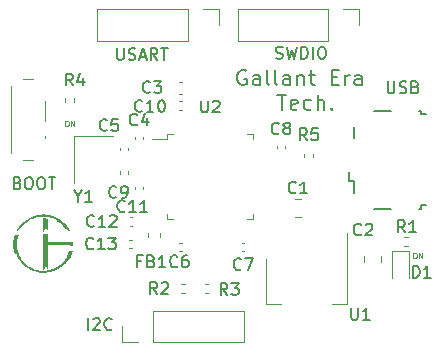
<source format=gbr>
%TF.GenerationSoftware,KiCad,Pcbnew,(6.0.7)*%
%TF.CreationDate,2022-08-14T12:50:59+03:00*%
%TF.ProjectId,STM32F103C8T6,53544d33-3246-4313-9033-433854362e6b,rev?*%
%TF.SameCoordinates,Original*%
%TF.FileFunction,Legend,Top*%
%TF.FilePolarity,Positive*%
%FSLAX46Y46*%
G04 Gerber Fmt 4.6, Leading zero omitted, Abs format (unit mm)*
G04 Created by KiCad (PCBNEW (6.0.7)) date 2022-08-14 12:50:59*
%MOMM*%
%LPD*%
G01*
G04 APERTURE LIST*
%ADD10C,0.150000*%
%ADD11C,0.125000*%
%ADD12C,0.120000*%
G04 APERTURE END LIST*
D10*
X101544761Y-62553500D02*
X101420952Y-62491595D01*
X101235238Y-62491595D01*
X101049523Y-62553500D01*
X100925714Y-62677309D01*
X100863809Y-62801119D01*
X100801904Y-63048738D01*
X100801904Y-63234452D01*
X100863809Y-63482071D01*
X100925714Y-63605880D01*
X101049523Y-63729690D01*
X101235238Y-63791595D01*
X101359047Y-63791595D01*
X101544761Y-63729690D01*
X101606666Y-63667785D01*
X101606666Y-63234452D01*
X101359047Y-63234452D01*
X102720952Y-63791595D02*
X102720952Y-63110642D01*
X102659047Y-62986833D01*
X102535238Y-62924928D01*
X102287619Y-62924928D01*
X102163809Y-62986833D01*
X102720952Y-63729690D02*
X102597142Y-63791595D01*
X102287619Y-63791595D01*
X102163809Y-63729690D01*
X102101904Y-63605880D01*
X102101904Y-63482071D01*
X102163809Y-63358261D01*
X102287619Y-63296357D01*
X102597142Y-63296357D01*
X102720952Y-63234452D01*
X103525714Y-63791595D02*
X103401904Y-63729690D01*
X103340000Y-63605880D01*
X103340000Y-62491595D01*
X104206666Y-63791595D02*
X104082857Y-63729690D01*
X104020952Y-63605880D01*
X104020952Y-62491595D01*
X105259047Y-63791595D02*
X105259047Y-63110642D01*
X105197142Y-62986833D01*
X105073333Y-62924928D01*
X104825714Y-62924928D01*
X104701904Y-62986833D01*
X105259047Y-63729690D02*
X105135238Y-63791595D01*
X104825714Y-63791595D01*
X104701904Y-63729690D01*
X104640000Y-63605880D01*
X104640000Y-63482071D01*
X104701904Y-63358261D01*
X104825714Y-63296357D01*
X105135238Y-63296357D01*
X105259047Y-63234452D01*
X105878095Y-62924928D02*
X105878095Y-63791595D01*
X105878095Y-63048738D02*
X105940000Y-62986833D01*
X106063809Y-62924928D01*
X106249523Y-62924928D01*
X106373333Y-62986833D01*
X106435238Y-63110642D01*
X106435238Y-63791595D01*
X106868571Y-62924928D02*
X107363809Y-62924928D01*
X107054285Y-62491595D02*
X107054285Y-63605880D01*
X107116190Y-63729690D01*
X107240000Y-63791595D01*
X107363809Y-63791595D01*
X108787619Y-63110642D02*
X109220952Y-63110642D01*
X109406666Y-63791595D02*
X108787619Y-63791595D01*
X108787619Y-62491595D01*
X109406666Y-62491595D01*
X109963809Y-63791595D02*
X109963809Y-62924928D01*
X109963809Y-63172547D02*
X110025714Y-63048738D01*
X110087619Y-62986833D01*
X110211428Y-62924928D01*
X110335238Y-62924928D01*
X111325714Y-63791595D02*
X111325714Y-63110642D01*
X111263809Y-62986833D01*
X111140000Y-62924928D01*
X110892380Y-62924928D01*
X110768571Y-62986833D01*
X111325714Y-63729690D02*
X111201904Y-63791595D01*
X110892380Y-63791595D01*
X110768571Y-63729690D01*
X110706666Y-63605880D01*
X110706666Y-63482071D01*
X110768571Y-63358261D01*
X110892380Y-63296357D01*
X111201904Y-63296357D01*
X111325714Y-63234452D01*
X104206666Y-64584595D02*
X104949523Y-64584595D01*
X104578095Y-65884595D02*
X104578095Y-64584595D01*
X105878095Y-65822690D02*
X105754285Y-65884595D01*
X105506666Y-65884595D01*
X105382857Y-65822690D01*
X105320952Y-65698880D01*
X105320952Y-65203642D01*
X105382857Y-65079833D01*
X105506666Y-65017928D01*
X105754285Y-65017928D01*
X105878095Y-65079833D01*
X105940000Y-65203642D01*
X105940000Y-65327452D01*
X105320952Y-65451261D01*
X107054285Y-65822690D02*
X106930476Y-65884595D01*
X106682857Y-65884595D01*
X106559047Y-65822690D01*
X106497142Y-65760785D01*
X106435238Y-65636976D01*
X106435238Y-65265547D01*
X106497142Y-65141738D01*
X106559047Y-65079833D01*
X106682857Y-65017928D01*
X106930476Y-65017928D01*
X107054285Y-65079833D01*
X107611428Y-65884595D02*
X107611428Y-64584595D01*
X108168571Y-65884595D02*
X108168571Y-65203642D01*
X108106666Y-65079833D01*
X107982857Y-65017928D01*
X107797142Y-65017928D01*
X107673333Y-65079833D01*
X107611428Y-65141738D01*
X108787619Y-65760785D02*
X108849523Y-65822690D01*
X108787619Y-65884595D01*
X108725714Y-65822690D01*
X108787619Y-65760785D01*
X108787619Y-65884595D01*
X90618571Y-60652380D02*
X90618571Y-61461904D01*
X90666190Y-61557142D01*
X90713809Y-61604761D01*
X90809047Y-61652380D01*
X90999523Y-61652380D01*
X91094761Y-61604761D01*
X91142380Y-61557142D01*
X91190000Y-61461904D01*
X91190000Y-60652380D01*
X91618571Y-61604761D02*
X91761428Y-61652380D01*
X91999523Y-61652380D01*
X92094761Y-61604761D01*
X92142380Y-61557142D01*
X92190000Y-61461904D01*
X92190000Y-61366666D01*
X92142380Y-61271428D01*
X92094761Y-61223809D01*
X91999523Y-61176190D01*
X91809047Y-61128571D01*
X91713809Y-61080952D01*
X91666190Y-61033333D01*
X91618571Y-60938095D01*
X91618571Y-60842857D01*
X91666190Y-60747619D01*
X91713809Y-60700000D01*
X91809047Y-60652380D01*
X92047142Y-60652380D01*
X92190000Y-60700000D01*
X92570952Y-61366666D02*
X93047142Y-61366666D01*
X92475714Y-61652380D02*
X92809047Y-60652380D01*
X93142380Y-61652380D01*
X94047142Y-61652380D02*
X93713809Y-61176190D01*
X93475714Y-61652380D02*
X93475714Y-60652380D01*
X93856666Y-60652380D01*
X93951904Y-60700000D01*
X93999523Y-60747619D01*
X94047142Y-60842857D01*
X94047142Y-60985714D01*
X93999523Y-61080952D01*
X93951904Y-61128571D01*
X93856666Y-61176190D01*
X93475714Y-61176190D01*
X94332857Y-60652380D02*
X94904285Y-60652380D01*
X94618571Y-61652380D02*
X94618571Y-60652380D01*
X104070952Y-61504761D02*
X104213809Y-61552380D01*
X104451904Y-61552380D01*
X104547142Y-61504761D01*
X104594761Y-61457142D01*
X104642380Y-61361904D01*
X104642380Y-61266666D01*
X104594761Y-61171428D01*
X104547142Y-61123809D01*
X104451904Y-61076190D01*
X104261428Y-61028571D01*
X104166190Y-60980952D01*
X104118571Y-60933333D01*
X104070952Y-60838095D01*
X104070952Y-60742857D01*
X104118571Y-60647619D01*
X104166190Y-60600000D01*
X104261428Y-60552380D01*
X104499523Y-60552380D01*
X104642380Y-60600000D01*
X104975714Y-60552380D02*
X105213809Y-61552380D01*
X105404285Y-60838095D01*
X105594761Y-61552380D01*
X105832857Y-60552380D01*
X106213809Y-61552380D02*
X106213809Y-60552380D01*
X106451904Y-60552380D01*
X106594761Y-60600000D01*
X106690000Y-60695238D01*
X106737619Y-60790476D01*
X106785238Y-60980952D01*
X106785238Y-61123809D01*
X106737619Y-61314285D01*
X106690000Y-61409523D01*
X106594761Y-61504761D01*
X106451904Y-61552380D01*
X106213809Y-61552380D01*
X107213809Y-61552380D02*
X107213809Y-60552380D01*
X107880476Y-60552380D02*
X108070952Y-60552380D01*
X108166190Y-60600000D01*
X108261428Y-60695238D01*
X108309047Y-60885714D01*
X108309047Y-61219047D01*
X108261428Y-61409523D01*
X108166190Y-61504761D01*
X108070952Y-61552380D01*
X107880476Y-61552380D01*
X107785238Y-61504761D01*
X107690000Y-61409523D01*
X107642380Y-61219047D01*
X107642380Y-60885714D01*
X107690000Y-60695238D01*
X107785238Y-60600000D01*
X107880476Y-60552380D01*
X82208857Y-72064571D02*
X82351714Y-72112190D01*
X82399333Y-72159809D01*
X82446952Y-72255047D01*
X82446952Y-72397904D01*
X82399333Y-72493142D01*
X82351714Y-72540761D01*
X82256476Y-72588380D01*
X81875523Y-72588380D01*
X81875523Y-71588380D01*
X82208857Y-71588380D01*
X82304095Y-71636000D01*
X82351714Y-71683619D01*
X82399333Y-71778857D01*
X82399333Y-71874095D01*
X82351714Y-71969333D01*
X82304095Y-72016952D01*
X82208857Y-72064571D01*
X81875523Y-72064571D01*
X83066000Y-71588380D02*
X83256476Y-71588380D01*
X83351714Y-71636000D01*
X83446952Y-71731238D01*
X83494571Y-71921714D01*
X83494571Y-72255047D01*
X83446952Y-72445523D01*
X83351714Y-72540761D01*
X83256476Y-72588380D01*
X83066000Y-72588380D01*
X82970761Y-72540761D01*
X82875523Y-72445523D01*
X82827904Y-72255047D01*
X82827904Y-71921714D01*
X82875523Y-71731238D01*
X82970761Y-71636000D01*
X83066000Y-71588380D01*
X84113619Y-71588380D02*
X84304095Y-71588380D01*
X84399333Y-71636000D01*
X84494571Y-71731238D01*
X84542190Y-71921714D01*
X84542190Y-72255047D01*
X84494571Y-72445523D01*
X84399333Y-72540761D01*
X84304095Y-72588380D01*
X84113619Y-72588380D01*
X84018380Y-72540761D01*
X83923142Y-72445523D01*
X83875523Y-72255047D01*
X83875523Y-71921714D01*
X83923142Y-71731238D01*
X84018380Y-71636000D01*
X84113619Y-71588380D01*
X84827904Y-71588380D02*
X85399333Y-71588380D01*
X85113619Y-72588380D02*
X85113619Y-71588380D01*
X113546095Y-63460380D02*
X113546095Y-64269904D01*
X113593714Y-64365142D01*
X113641333Y-64412761D01*
X113736571Y-64460380D01*
X113927047Y-64460380D01*
X114022285Y-64412761D01*
X114069904Y-64365142D01*
X114117523Y-64269904D01*
X114117523Y-63460380D01*
X114546095Y-64412761D02*
X114688952Y-64460380D01*
X114927047Y-64460380D01*
X115022285Y-64412761D01*
X115069904Y-64365142D01*
X115117523Y-64269904D01*
X115117523Y-64174666D01*
X115069904Y-64079428D01*
X115022285Y-64031809D01*
X114927047Y-63984190D01*
X114736571Y-63936571D01*
X114641333Y-63888952D01*
X114593714Y-63841333D01*
X114546095Y-63746095D01*
X114546095Y-63650857D01*
X114593714Y-63555619D01*
X114641333Y-63508000D01*
X114736571Y-63460380D01*
X114974666Y-63460380D01*
X115117523Y-63508000D01*
X115879428Y-63936571D02*
X116022285Y-63984190D01*
X116069904Y-64031809D01*
X116117523Y-64127047D01*
X116117523Y-64269904D01*
X116069904Y-64365142D01*
X116022285Y-64412761D01*
X115927047Y-64460380D01*
X115546095Y-64460380D01*
X115546095Y-63460380D01*
X115879428Y-63460380D01*
X115974666Y-63508000D01*
X116022285Y-63555619D01*
X116069904Y-63650857D01*
X116069904Y-63746095D01*
X116022285Y-63841333D01*
X115974666Y-63888952D01*
X115879428Y-63936571D01*
X115546095Y-63936571D01*
D11*
X86304476Y-66782190D02*
X86399714Y-66782190D01*
X86447333Y-66806000D01*
X86494952Y-66853619D01*
X86518761Y-66948857D01*
X86518761Y-67115523D01*
X86494952Y-67210761D01*
X86447333Y-67258380D01*
X86399714Y-67282190D01*
X86304476Y-67282190D01*
X86256857Y-67258380D01*
X86209238Y-67210761D01*
X86185428Y-67115523D01*
X86185428Y-66948857D01*
X86209238Y-66853619D01*
X86256857Y-66806000D01*
X86304476Y-66782190D01*
X86733047Y-67282190D02*
X86733047Y-66782190D01*
X87018761Y-67282190D01*
X87018761Y-66782190D01*
X115768476Y-77958190D02*
X115863714Y-77958190D01*
X115911333Y-77982000D01*
X115958952Y-78029619D01*
X115982761Y-78124857D01*
X115982761Y-78291523D01*
X115958952Y-78386761D01*
X115911333Y-78434380D01*
X115863714Y-78458190D01*
X115768476Y-78458190D01*
X115720857Y-78434380D01*
X115673238Y-78386761D01*
X115649428Y-78291523D01*
X115649428Y-78124857D01*
X115673238Y-78029619D01*
X115720857Y-77982000D01*
X115768476Y-77958190D01*
X116197047Y-78458190D02*
X116197047Y-77958190D01*
X116482761Y-78458190D01*
X116482761Y-77958190D01*
D10*
X88177809Y-84526380D02*
X88177809Y-83526380D01*
X88606380Y-83621619D02*
X88654000Y-83574000D01*
X88749238Y-83526380D01*
X88987333Y-83526380D01*
X89082571Y-83574000D01*
X89130190Y-83621619D01*
X89177809Y-83716857D01*
X89177809Y-83812095D01*
X89130190Y-83954952D01*
X88558761Y-84526380D01*
X89177809Y-84526380D01*
X90177809Y-84431142D02*
X90130190Y-84478761D01*
X89987333Y-84526380D01*
X89892095Y-84526380D01*
X89749238Y-84478761D01*
X89654000Y-84383523D01*
X89606380Y-84288285D01*
X89558761Y-84097809D01*
X89558761Y-83954952D01*
X89606380Y-83764476D01*
X89654000Y-83669238D01*
X89749238Y-83574000D01*
X89892095Y-83526380D01*
X89987333Y-83526380D01*
X90130190Y-83574000D01*
X90177809Y-83621619D01*
%TO.C,R5*%
X106708333Y-68452380D02*
X106375000Y-67976190D01*
X106136904Y-68452380D02*
X106136904Y-67452380D01*
X106517857Y-67452380D01*
X106613095Y-67500000D01*
X106660714Y-67547619D01*
X106708333Y-67642857D01*
X106708333Y-67785714D01*
X106660714Y-67880952D01*
X106613095Y-67928571D01*
X106517857Y-67976190D01*
X106136904Y-67976190D01*
X107613095Y-67452380D02*
X107136904Y-67452380D01*
X107089285Y-67928571D01*
X107136904Y-67880952D01*
X107232142Y-67833333D01*
X107470238Y-67833333D01*
X107565476Y-67880952D01*
X107613095Y-67928571D01*
X107660714Y-68023809D01*
X107660714Y-68261904D01*
X107613095Y-68357142D01*
X107565476Y-68404761D01*
X107470238Y-68452380D01*
X107232142Y-68452380D01*
X107136904Y-68404761D01*
X107089285Y-68357142D01*
%TO.C,R1*%
X114993333Y-76242380D02*
X114660000Y-75766190D01*
X114421904Y-76242380D02*
X114421904Y-75242380D01*
X114802857Y-75242380D01*
X114898095Y-75290000D01*
X114945714Y-75337619D01*
X114993333Y-75432857D01*
X114993333Y-75575714D01*
X114945714Y-75670952D01*
X114898095Y-75718571D01*
X114802857Y-75766190D01*
X114421904Y-75766190D01*
X115945714Y-76242380D02*
X115374285Y-76242380D01*
X115660000Y-76242380D02*
X115660000Y-75242380D01*
X115564761Y-75385238D01*
X115469523Y-75480476D01*
X115374285Y-75528095D01*
%TO.C,C7*%
X101113333Y-79357142D02*
X101065714Y-79404761D01*
X100922857Y-79452380D01*
X100827619Y-79452380D01*
X100684761Y-79404761D01*
X100589523Y-79309523D01*
X100541904Y-79214285D01*
X100494285Y-79023809D01*
X100494285Y-78880952D01*
X100541904Y-78690476D01*
X100589523Y-78595238D01*
X100684761Y-78500000D01*
X100827619Y-78452380D01*
X100922857Y-78452380D01*
X101065714Y-78500000D01*
X101113333Y-78547619D01*
X101446666Y-78452380D02*
X102113333Y-78452380D01*
X101684761Y-79452380D01*
%TO.C,C12*%
X88677142Y-75707142D02*
X88629523Y-75754761D01*
X88486666Y-75802380D01*
X88391428Y-75802380D01*
X88248571Y-75754761D01*
X88153333Y-75659523D01*
X88105714Y-75564285D01*
X88058095Y-75373809D01*
X88058095Y-75230952D01*
X88105714Y-75040476D01*
X88153333Y-74945238D01*
X88248571Y-74850000D01*
X88391428Y-74802380D01*
X88486666Y-74802380D01*
X88629523Y-74850000D01*
X88677142Y-74897619D01*
X89629523Y-75802380D02*
X89058095Y-75802380D01*
X89343809Y-75802380D02*
X89343809Y-74802380D01*
X89248571Y-74945238D01*
X89153333Y-75040476D01*
X89058095Y-75088095D01*
X90010476Y-74897619D02*
X90058095Y-74850000D01*
X90153333Y-74802380D01*
X90391428Y-74802380D01*
X90486666Y-74850000D01*
X90534285Y-74897619D01*
X90581904Y-74992857D01*
X90581904Y-75088095D01*
X90534285Y-75230952D01*
X89962857Y-75802380D01*
X90581904Y-75802380D01*
%TO.C,D1*%
X115671904Y-80082380D02*
X115671904Y-79082380D01*
X115910000Y-79082380D01*
X116052857Y-79130000D01*
X116148095Y-79225238D01*
X116195714Y-79320476D01*
X116243333Y-79510952D01*
X116243333Y-79653809D01*
X116195714Y-79844285D01*
X116148095Y-79939523D01*
X116052857Y-80034761D01*
X115910000Y-80082380D01*
X115671904Y-80082380D01*
X117195714Y-80082380D02*
X116624285Y-80082380D01*
X116910000Y-80082380D02*
X116910000Y-79082380D01*
X116814761Y-79225238D01*
X116719523Y-79320476D01*
X116624285Y-79368095D01*
%TO.C,C3*%
X93408333Y-64357142D02*
X93360714Y-64404761D01*
X93217857Y-64452380D01*
X93122619Y-64452380D01*
X92979761Y-64404761D01*
X92884523Y-64309523D01*
X92836904Y-64214285D01*
X92789285Y-64023809D01*
X92789285Y-63880952D01*
X92836904Y-63690476D01*
X92884523Y-63595238D01*
X92979761Y-63500000D01*
X93122619Y-63452380D01*
X93217857Y-63452380D01*
X93360714Y-63500000D01*
X93408333Y-63547619D01*
X93741666Y-63452380D02*
X94360714Y-63452380D01*
X94027380Y-63833333D01*
X94170238Y-63833333D01*
X94265476Y-63880952D01*
X94313095Y-63928571D01*
X94360714Y-64023809D01*
X94360714Y-64261904D01*
X94313095Y-64357142D01*
X94265476Y-64404761D01*
X94170238Y-64452380D01*
X93884523Y-64452380D01*
X93789285Y-64404761D01*
X93741666Y-64357142D01*
%TO.C,C4*%
X92333333Y-67107142D02*
X92285714Y-67154761D01*
X92142857Y-67202380D01*
X92047619Y-67202380D01*
X91904761Y-67154761D01*
X91809523Y-67059523D01*
X91761904Y-66964285D01*
X91714285Y-66773809D01*
X91714285Y-66630952D01*
X91761904Y-66440476D01*
X91809523Y-66345238D01*
X91904761Y-66250000D01*
X92047619Y-66202380D01*
X92142857Y-66202380D01*
X92285714Y-66250000D01*
X92333333Y-66297619D01*
X93190476Y-66535714D02*
X93190476Y-67202380D01*
X92952380Y-66154761D02*
X92714285Y-66869047D01*
X93333333Y-66869047D01*
%TO.C,C11*%
X91277142Y-74447142D02*
X91229523Y-74494761D01*
X91086666Y-74542380D01*
X90991428Y-74542380D01*
X90848571Y-74494761D01*
X90753333Y-74399523D01*
X90705714Y-74304285D01*
X90658095Y-74113809D01*
X90658095Y-73970952D01*
X90705714Y-73780476D01*
X90753333Y-73685238D01*
X90848571Y-73590000D01*
X90991428Y-73542380D01*
X91086666Y-73542380D01*
X91229523Y-73590000D01*
X91277142Y-73637619D01*
X92229523Y-74542380D02*
X91658095Y-74542380D01*
X91943809Y-74542380D02*
X91943809Y-73542380D01*
X91848571Y-73685238D01*
X91753333Y-73780476D01*
X91658095Y-73828095D01*
X93181904Y-74542380D02*
X92610476Y-74542380D01*
X92896190Y-74542380D02*
X92896190Y-73542380D01*
X92800952Y-73685238D01*
X92705714Y-73780476D01*
X92610476Y-73828095D01*
%TO.C,R4*%
X86897333Y-63813380D02*
X86564000Y-63337190D01*
X86325904Y-63813380D02*
X86325904Y-62813380D01*
X86706857Y-62813380D01*
X86802095Y-62861000D01*
X86849714Y-62908619D01*
X86897333Y-63003857D01*
X86897333Y-63146714D01*
X86849714Y-63241952D01*
X86802095Y-63289571D01*
X86706857Y-63337190D01*
X86325904Y-63337190D01*
X87754476Y-63146714D02*
X87754476Y-63813380D01*
X87516380Y-62765761D02*
X87278285Y-63480047D01*
X87897333Y-63480047D01*
%TO.C,C1*%
X105763333Y-72867142D02*
X105715714Y-72914761D01*
X105572857Y-72962380D01*
X105477619Y-72962380D01*
X105334761Y-72914761D01*
X105239523Y-72819523D01*
X105191904Y-72724285D01*
X105144285Y-72533809D01*
X105144285Y-72390952D01*
X105191904Y-72200476D01*
X105239523Y-72105238D01*
X105334761Y-72010000D01*
X105477619Y-71962380D01*
X105572857Y-71962380D01*
X105715714Y-72010000D01*
X105763333Y-72057619D01*
X106715714Y-72962380D02*
X106144285Y-72962380D01*
X106430000Y-72962380D02*
X106430000Y-71962380D01*
X106334761Y-72105238D01*
X106239523Y-72200476D01*
X106144285Y-72248095D01*
%TO.C,C8*%
X104333333Y-67857142D02*
X104285714Y-67904761D01*
X104142857Y-67952380D01*
X104047619Y-67952380D01*
X103904761Y-67904761D01*
X103809523Y-67809523D01*
X103761904Y-67714285D01*
X103714285Y-67523809D01*
X103714285Y-67380952D01*
X103761904Y-67190476D01*
X103809523Y-67095238D01*
X103904761Y-67000000D01*
X104047619Y-66952380D01*
X104142857Y-66952380D01*
X104285714Y-67000000D01*
X104333333Y-67047619D01*
X104904761Y-67380952D02*
X104809523Y-67333333D01*
X104761904Y-67285714D01*
X104714285Y-67190476D01*
X104714285Y-67142857D01*
X104761904Y-67047619D01*
X104809523Y-67000000D01*
X104904761Y-66952380D01*
X105095238Y-66952380D01*
X105190476Y-67000000D01*
X105238095Y-67047619D01*
X105285714Y-67142857D01*
X105285714Y-67190476D01*
X105238095Y-67285714D01*
X105190476Y-67333333D01*
X105095238Y-67380952D01*
X104904761Y-67380952D01*
X104809523Y-67428571D01*
X104761904Y-67476190D01*
X104714285Y-67571428D01*
X104714285Y-67761904D01*
X104761904Y-67857142D01*
X104809523Y-67904761D01*
X104904761Y-67952380D01*
X105095238Y-67952380D01*
X105190476Y-67904761D01*
X105238095Y-67857142D01*
X105285714Y-67761904D01*
X105285714Y-67571428D01*
X105238095Y-67476190D01*
X105190476Y-67428571D01*
X105095238Y-67380952D01*
%TO.C,Y1*%
X87323809Y-73176190D02*
X87323809Y-73652380D01*
X86990476Y-72652380D02*
X87323809Y-73176190D01*
X87657142Y-72652380D01*
X88514285Y-73652380D02*
X87942857Y-73652380D01*
X88228571Y-73652380D02*
X88228571Y-72652380D01*
X88133333Y-72795238D01*
X88038095Y-72890476D01*
X87942857Y-72938095D01*
%TO.C,U2*%
X97738095Y-65102380D02*
X97738095Y-65911904D01*
X97785714Y-66007142D01*
X97833333Y-66054761D01*
X97928571Y-66102380D01*
X98119047Y-66102380D01*
X98214285Y-66054761D01*
X98261904Y-66007142D01*
X98309523Y-65911904D01*
X98309523Y-65102380D01*
X98738095Y-65197619D02*
X98785714Y-65150000D01*
X98880952Y-65102380D01*
X99119047Y-65102380D01*
X99214285Y-65150000D01*
X99261904Y-65197619D01*
X99309523Y-65292857D01*
X99309523Y-65388095D01*
X99261904Y-65530952D01*
X98690476Y-66102380D01*
X99309523Y-66102380D01*
%TO.C,C13*%
X88617142Y-77607142D02*
X88569523Y-77654761D01*
X88426666Y-77702380D01*
X88331428Y-77702380D01*
X88188571Y-77654761D01*
X88093333Y-77559523D01*
X88045714Y-77464285D01*
X87998095Y-77273809D01*
X87998095Y-77130952D01*
X88045714Y-76940476D01*
X88093333Y-76845238D01*
X88188571Y-76750000D01*
X88331428Y-76702380D01*
X88426666Y-76702380D01*
X88569523Y-76750000D01*
X88617142Y-76797619D01*
X89569523Y-77702380D02*
X88998095Y-77702380D01*
X89283809Y-77702380D02*
X89283809Y-76702380D01*
X89188571Y-76845238D01*
X89093333Y-76940476D01*
X88998095Y-76988095D01*
X89902857Y-76702380D02*
X90521904Y-76702380D01*
X90188571Y-77083333D01*
X90331428Y-77083333D01*
X90426666Y-77130952D01*
X90474285Y-77178571D01*
X90521904Y-77273809D01*
X90521904Y-77511904D01*
X90474285Y-77607142D01*
X90426666Y-77654761D01*
X90331428Y-77702380D01*
X90045714Y-77702380D01*
X89950476Y-77654761D01*
X89902857Y-77607142D01*
%TO.C,C6*%
X95725497Y-79107142D02*
X95677878Y-79154761D01*
X95535021Y-79202380D01*
X95439783Y-79202380D01*
X95296925Y-79154761D01*
X95201687Y-79059523D01*
X95154068Y-78964285D01*
X95106449Y-78773809D01*
X95106449Y-78630952D01*
X95154068Y-78440476D01*
X95201687Y-78345238D01*
X95296925Y-78250000D01*
X95439783Y-78202380D01*
X95535021Y-78202380D01*
X95677878Y-78250000D01*
X95725497Y-78297619D01*
X96582640Y-78202380D02*
X96392164Y-78202380D01*
X96296925Y-78250000D01*
X96249306Y-78297619D01*
X96154068Y-78440476D01*
X96106449Y-78630952D01*
X96106449Y-79011904D01*
X96154068Y-79107142D01*
X96201687Y-79154761D01*
X96296925Y-79202380D01*
X96487402Y-79202380D01*
X96582640Y-79154761D01*
X96630259Y-79107142D01*
X96677878Y-79011904D01*
X96677878Y-78773809D01*
X96630259Y-78678571D01*
X96582640Y-78630952D01*
X96487402Y-78583333D01*
X96296925Y-78583333D01*
X96201687Y-78630952D01*
X96154068Y-78678571D01*
X96106449Y-78773809D01*
%TO.C,C5*%
X89773333Y-67577142D02*
X89725714Y-67624761D01*
X89582857Y-67672380D01*
X89487619Y-67672380D01*
X89344761Y-67624761D01*
X89249523Y-67529523D01*
X89201904Y-67434285D01*
X89154285Y-67243809D01*
X89154285Y-67100952D01*
X89201904Y-66910476D01*
X89249523Y-66815238D01*
X89344761Y-66720000D01*
X89487619Y-66672380D01*
X89582857Y-66672380D01*
X89725714Y-66720000D01*
X89773333Y-66767619D01*
X90678095Y-66672380D02*
X90201904Y-66672380D01*
X90154285Y-67148571D01*
X90201904Y-67100952D01*
X90297142Y-67053333D01*
X90535238Y-67053333D01*
X90630476Y-67100952D01*
X90678095Y-67148571D01*
X90725714Y-67243809D01*
X90725714Y-67481904D01*
X90678095Y-67577142D01*
X90630476Y-67624761D01*
X90535238Y-67672380D01*
X90297142Y-67672380D01*
X90201904Y-67624761D01*
X90154285Y-67577142D01*
%TO.C,FB1*%
X92666666Y-78678571D02*
X92333333Y-78678571D01*
X92333333Y-79202380D02*
X92333333Y-78202380D01*
X92809523Y-78202380D01*
X93523809Y-78678571D02*
X93666666Y-78726190D01*
X93714285Y-78773809D01*
X93761904Y-78869047D01*
X93761904Y-79011904D01*
X93714285Y-79107142D01*
X93666666Y-79154761D01*
X93571428Y-79202380D01*
X93190476Y-79202380D01*
X93190476Y-78202380D01*
X93523809Y-78202380D01*
X93619047Y-78250000D01*
X93666666Y-78297619D01*
X93714285Y-78392857D01*
X93714285Y-78488095D01*
X93666666Y-78583333D01*
X93619047Y-78630952D01*
X93523809Y-78678571D01*
X93190476Y-78678571D01*
X94714285Y-79202380D02*
X94142857Y-79202380D01*
X94428571Y-79202380D02*
X94428571Y-78202380D01*
X94333333Y-78345238D01*
X94238095Y-78440476D01*
X94142857Y-78488095D01*
%TO.C,U1*%
X110448095Y-82648380D02*
X110448095Y-83457904D01*
X110495714Y-83553142D01*
X110543333Y-83600761D01*
X110638571Y-83648380D01*
X110829047Y-83648380D01*
X110924285Y-83600761D01*
X110971904Y-83553142D01*
X111019523Y-83457904D01*
X111019523Y-82648380D01*
X112019523Y-83648380D02*
X111448095Y-83648380D01*
X111733809Y-83648380D02*
X111733809Y-82648380D01*
X111638571Y-82791238D01*
X111543333Y-82886476D01*
X111448095Y-82934095D01*
%TO.C,C10*%
X92757142Y-65957142D02*
X92709523Y-66004761D01*
X92566666Y-66052380D01*
X92471428Y-66052380D01*
X92328571Y-66004761D01*
X92233333Y-65909523D01*
X92185714Y-65814285D01*
X92138095Y-65623809D01*
X92138095Y-65480952D01*
X92185714Y-65290476D01*
X92233333Y-65195238D01*
X92328571Y-65100000D01*
X92471428Y-65052380D01*
X92566666Y-65052380D01*
X92709523Y-65100000D01*
X92757142Y-65147619D01*
X93709523Y-66052380D02*
X93138095Y-66052380D01*
X93423809Y-66052380D02*
X93423809Y-65052380D01*
X93328571Y-65195238D01*
X93233333Y-65290476D01*
X93138095Y-65338095D01*
X94328571Y-65052380D02*
X94423809Y-65052380D01*
X94519047Y-65100000D01*
X94566666Y-65147619D01*
X94614285Y-65242857D01*
X94661904Y-65433333D01*
X94661904Y-65671428D01*
X94614285Y-65861904D01*
X94566666Y-65957142D01*
X94519047Y-66004761D01*
X94423809Y-66052380D01*
X94328571Y-66052380D01*
X94233333Y-66004761D01*
X94185714Y-65957142D01*
X94138095Y-65861904D01*
X94090476Y-65671428D01*
X94090476Y-65433333D01*
X94138095Y-65242857D01*
X94185714Y-65147619D01*
X94233333Y-65100000D01*
X94328571Y-65052380D01*
%TO.C,C2*%
X111301333Y-76423142D02*
X111253714Y-76470761D01*
X111110857Y-76518380D01*
X111015619Y-76518380D01*
X110872761Y-76470761D01*
X110777523Y-76375523D01*
X110729904Y-76280285D01*
X110682285Y-76089809D01*
X110682285Y-75946952D01*
X110729904Y-75756476D01*
X110777523Y-75661238D01*
X110872761Y-75566000D01*
X111015619Y-75518380D01*
X111110857Y-75518380D01*
X111253714Y-75566000D01*
X111301333Y-75613619D01*
X111682285Y-75613619D02*
X111729904Y-75566000D01*
X111825142Y-75518380D01*
X112063238Y-75518380D01*
X112158476Y-75566000D01*
X112206095Y-75613619D01*
X112253714Y-75708857D01*
X112253714Y-75804095D01*
X112206095Y-75946952D01*
X111634666Y-76518380D01*
X112253714Y-76518380D01*
%TO.C,C9*%
X90563333Y-73227142D02*
X90515714Y-73274761D01*
X90372857Y-73322380D01*
X90277619Y-73322380D01*
X90134761Y-73274761D01*
X90039523Y-73179523D01*
X89991904Y-73084285D01*
X89944285Y-72893809D01*
X89944285Y-72750952D01*
X89991904Y-72560476D01*
X90039523Y-72465238D01*
X90134761Y-72370000D01*
X90277619Y-72322380D01*
X90372857Y-72322380D01*
X90515714Y-72370000D01*
X90563333Y-72417619D01*
X91039523Y-73322380D02*
X91230000Y-73322380D01*
X91325238Y-73274761D01*
X91372857Y-73227142D01*
X91468095Y-73084285D01*
X91515714Y-72893809D01*
X91515714Y-72512857D01*
X91468095Y-72417619D01*
X91420476Y-72370000D01*
X91325238Y-72322380D01*
X91134761Y-72322380D01*
X91039523Y-72370000D01*
X90991904Y-72417619D01*
X90944285Y-72512857D01*
X90944285Y-72750952D01*
X90991904Y-72846190D01*
X91039523Y-72893809D01*
X91134761Y-72941428D01*
X91325238Y-72941428D01*
X91420476Y-72893809D01*
X91468095Y-72846190D01*
X91515714Y-72750952D01*
%TO.C,R2*%
X94023333Y-81452380D02*
X93690000Y-80976190D01*
X93451904Y-81452380D02*
X93451904Y-80452380D01*
X93832857Y-80452380D01*
X93928095Y-80500000D01*
X93975714Y-80547619D01*
X94023333Y-80642857D01*
X94023333Y-80785714D01*
X93975714Y-80880952D01*
X93928095Y-80928571D01*
X93832857Y-80976190D01*
X93451904Y-80976190D01*
X94404285Y-80547619D02*
X94451904Y-80500000D01*
X94547142Y-80452380D01*
X94785238Y-80452380D01*
X94880476Y-80500000D01*
X94928095Y-80547619D01*
X94975714Y-80642857D01*
X94975714Y-80738095D01*
X94928095Y-80880952D01*
X94356666Y-81452380D01*
X94975714Y-81452380D01*
%TO.C,R3*%
X99973333Y-81552380D02*
X99640000Y-81076190D01*
X99401904Y-81552380D02*
X99401904Y-80552380D01*
X99782857Y-80552380D01*
X99878095Y-80600000D01*
X99925714Y-80647619D01*
X99973333Y-80742857D01*
X99973333Y-80885714D01*
X99925714Y-80980952D01*
X99878095Y-81028571D01*
X99782857Y-81076190D01*
X99401904Y-81076190D01*
X100306666Y-80552380D02*
X100925714Y-80552380D01*
X100592380Y-80933333D01*
X100735238Y-80933333D01*
X100830476Y-80980952D01*
X100878095Y-81028571D01*
X100925714Y-81123809D01*
X100925714Y-81361904D01*
X100878095Y-81457142D01*
X100830476Y-81504761D01*
X100735238Y-81552380D01*
X100449523Y-81552380D01*
X100354285Y-81504761D01*
X100306666Y-81457142D01*
%TO.C,G\u002A\u002A\u002A*%
G36*
X85594784Y-75039306D02*
G01*
X85610805Y-75047397D01*
X85633154Y-75059926D01*
X85660589Y-75076108D01*
X85691865Y-75095161D01*
X85725737Y-75116300D01*
X85760961Y-75138743D01*
X85796293Y-75161705D01*
X85830489Y-75184405D01*
X85862304Y-75206057D01*
X85890494Y-75225880D01*
X85910110Y-75240278D01*
X86035821Y-75341308D01*
X86154951Y-75449771D01*
X86266915Y-75564982D01*
X86371125Y-75686251D01*
X86466996Y-75812893D01*
X86553942Y-75944219D01*
X86631375Y-76079543D01*
X86639824Y-76095677D01*
X86653574Y-76122390D01*
X86665418Y-76145775D01*
X86674550Y-76164210D01*
X86680162Y-76176072D01*
X86681579Y-76179709D01*
X86677530Y-76183306D01*
X86665771Y-76180422D01*
X86646887Y-76171291D01*
X86621459Y-76156142D01*
X86620239Y-76155367D01*
X86600585Y-76142469D01*
X86575055Y-76125171D01*
X86546392Y-76105360D01*
X86517336Y-76084920D01*
X86504707Y-76075907D01*
X86457236Y-76042202D01*
X86416291Y-76013976D01*
X86380051Y-75990067D01*
X86346691Y-75969314D01*
X86314390Y-75950556D01*
X86281324Y-75932632D01*
X86272883Y-75928228D01*
X86236496Y-75908632D01*
X86208376Y-75891482D01*
X86186851Y-75875357D01*
X86170247Y-75858838D01*
X86156890Y-75840503D01*
X86145824Y-75820394D01*
X86116810Y-75768799D01*
X86079213Y-75714231D01*
X86032676Y-75656215D01*
X85976842Y-75594279D01*
X85969704Y-75586773D01*
X85946496Y-75563425D01*
X85922736Y-75541638D01*
X85897221Y-75520581D01*
X85868750Y-75499423D01*
X85836122Y-75477333D01*
X85798135Y-75453482D01*
X85753587Y-75427037D01*
X85701276Y-75397169D01*
X85670806Y-75380118D01*
X85655608Y-75370848D01*
X85636112Y-75357869D01*
X85616489Y-75343959D01*
X85616134Y-75343698D01*
X85582797Y-75319153D01*
X85582797Y-75177794D01*
X85582925Y-75140216D01*
X85583285Y-75106396D01*
X85583843Y-75077721D01*
X85584564Y-75055578D01*
X85585413Y-75041354D01*
X85586338Y-75036434D01*
X85594784Y-75039306D01*
G37*
G36*
X84472749Y-75065020D02*
G01*
X84510871Y-75066897D01*
X84551988Y-75069699D01*
X84594573Y-75073246D01*
X84637098Y-75077361D01*
X84678036Y-75081866D01*
X84715861Y-75086583D01*
X84749045Y-75091333D01*
X84776061Y-75095940D01*
X84795382Y-75100224D01*
X84805126Y-75103774D01*
X84805814Y-75109397D01*
X84806443Y-75124757D01*
X84807011Y-75148927D01*
X84807518Y-75180975D01*
X84807962Y-75219972D01*
X84808344Y-75264988D01*
X84808662Y-75315095D01*
X84808916Y-75369361D01*
X84809106Y-75426859D01*
X84809229Y-75486657D01*
X84809286Y-75547826D01*
X84809276Y-75609438D01*
X84809198Y-75670561D01*
X84809051Y-75730267D01*
X84808835Y-75787626D01*
X84808549Y-75841708D01*
X84808192Y-75891584D01*
X84807764Y-75936324D01*
X84807264Y-75974998D01*
X84806690Y-76006677D01*
X84806043Y-76030431D01*
X84805851Y-76035486D01*
X84802355Y-76119774D01*
X84780533Y-76098915D01*
X84757391Y-76078253D01*
X84731359Y-76057372D01*
X84704600Y-76037786D01*
X84679274Y-76021009D01*
X84657544Y-76008554D01*
X84642227Y-76002111D01*
X84607301Y-75997580D01*
X84572456Y-76003656D01*
X84555445Y-76010450D01*
X84546253Y-76015480D01*
X84535912Y-76022739D01*
X84523443Y-76033141D01*
X84507869Y-76047601D01*
X84488210Y-76067033D01*
X84463490Y-76092351D01*
X84432730Y-76124470D01*
X84426541Y-76130977D01*
X84377337Y-76182743D01*
X84377337Y-75061438D01*
X84472749Y-75065020D01*
G37*
G36*
X84809382Y-77095317D02*
G01*
X86884267Y-77095317D01*
X86884267Y-77459127D01*
X86865401Y-77442563D01*
X86835056Y-77421021D01*
X86795071Y-77400933D01*
X86746423Y-77382729D01*
X86697580Y-77368698D01*
X86692483Y-77367585D01*
X86686054Y-77366566D01*
X86677814Y-77365635D01*
X86667286Y-77364787D01*
X86653990Y-77364018D01*
X86637448Y-77363321D01*
X86617181Y-77362692D01*
X86592710Y-77362126D01*
X86563558Y-77361616D01*
X86529245Y-77361159D01*
X86489293Y-77360748D01*
X86443223Y-77360379D01*
X86390557Y-77360046D01*
X86330816Y-77359743D01*
X86263521Y-77359467D01*
X86188194Y-77359211D01*
X86104356Y-77358970D01*
X86011529Y-77358739D01*
X85909234Y-77358513D01*
X85796992Y-77358287D01*
X85736146Y-77358170D01*
X84809382Y-77356417D01*
X84809382Y-78359005D01*
X84809358Y-78461628D01*
X84809288Y-78561385D01*
X84809174Y-78657756D01*
X84809019Y-78750215D01*
X84808825Y-78838241D01*
X84808594Y-78921311D01*
X84808328Y-78998903D01*
X84808031Y-79070492D01*
X84807704Y-79135556D01*
X84807350Y-79193574D01*
X84806971Y-79244020D01*
X84806569Y-79286374D01*
X84806148Y-79320112D01*
X84805708Y-79344711D01*
X84805254Y-79359649D01*
X84804822Y-79364411D01*
X84799839Y-79361674D01*
X84788728Y-79352365D01*
X84772726Y-79337626D01*
X84753074Y-79318598D01*
X84731011Y-79296423D01*
X84730973Y-79296385D01*
X84701188Y-79266482D01*
X84677079Y-79243806D01*
X84657350Y-79227508D01*
X84640705Y-79216739D01*
X84625848Y-79210652D01*
X84611484Y-79208398D01*
X84597451Y-79208997D01*
X84576497Y-79214132D01*
X84555683Y-79225360D01*
X84533747Y-79243672D01*
X84509428Y-79270056D01*
X84492016Y-79291654D01*
X84471703Y-79317165D01*
X84448510Y-79345274D01*
X84426151Y-79371512D01*
X84416556Y-79382409D01*
X84378435Y-79425050D01*
X84375219Y-79408971D01*
X84374948Y-79402342D01*
X84374683Y-79385478D01*
X84374425Y-79358813D01*
X84374175Y-79322781D01*
X84373934Y-79277814D01*
X84373703Y-79224347D01*
X84373482Y-79162812D01*
X84373273Y-79093644D01*
X84373077Y-79017275D01*
X84372894Y-78934138D01*
X84372725Y-78844668D01*
X84372572Y-78749298D01*
X84372435Y-78648461D01*
X84372315Y-78542590D01*
X84372213Y-78432119D01*
X84372130Y-78317482D01*
X84372067Y-78199111D01*
X84372025Y-78077440D01*
X84372005Y-77952903D01*
X84372003Y-77902735D01*
X84372003Y-76412579D01*
X84809382Y-76412579D01*
X84809382Y-77095317D01*
G37*
G36*
X86694661Y-77827117D02*
G01*
X86730823Y-77827345D01*
X86766065Y-77827780D01*
X86798754Y-77828410D01*
X86827259Y-77829226D01*
X86849946Y-77830218D01*
X86865183Y-77831375D01*
X86871304Y-77832647D01*
X86871692Y-77839437D01*
X86869230Y-77854964D01*
X86864294Y-77877801D01*
X86857261Y-77906517D01*
X86848508Y-77939683D01*
X86838411Y-77975870D01*
X86827349Y-78013649D01*
X86815697Y-78051589D01*
X86804113Y-78087421D01*
X86759849Y-78209951D01*
X86709577Y-78328552D01*
X86675914Y-78399454D01*
X86663535Y-78424008D01*
X86650015Y-78449907D01*
X86636117Y-78475801D01*
X86622607Y-78500337D01*
X86610250Y-78522163D01*
X86599811Y-78539928D01*
X86592055Y-78552280D01*
X86587748Y-78557866D01*
X86587611Y-78555470D01*
X86587631Y-78548823D01*
X86580336Y-78546328D01*
X86574469Y-78546136D01*
X86561532Y-78547248D01*
X86548320Y-78551038D01*
X86534040Y-78558186D01*
X86517903Y-78569370D01*
X86499116Y-78585272D01*
X86476888Y-78606571D01*
X86450429Y-78633947D01*
X86418947Y-78668080D01*
X86381650Y-78709649D01*
X86373513Y-78718814D01*
X86321637Y-78776333D01*
X86268020Y-78833940D01*
X86213938Y-78890353D01*
X86160668Y-78944292D01*
X86109486Y-78994476D01*
X86061668Y-79039623D01*
X86018492Y-79078453D01*
X85996173Y-79097497D01*
X85970045Y-79118490D01*
X85937609Y-79143372D01*
X85901490Y-79170197D01*
X85864311Y-79197022D01*
X85828697Y-79221902D01*
X85822748Y-79225962D01*
X85788234Y-79249491D01*
X85752032Y-79274304D01*
X85716631Y-79298686D01*
X85684521Y-79320922D01*
X85658190Y-79339296D01*
X85653221Y-79342789D01*
X85630235Y-79358872D01*
X85610441Y-79372511D01*
X85595418Y-79382636D01*
X85586743Y-79388175D01*
X85585289Y-79388891D01*
X85584554Y-79383815D01*
X85583905Y-79369618D01*
X85583376Y-79347846D01*
X85583000Y-79320045D01*
X85582812Y-79287763D01*
X85582797Y-79275154D01*
X85582797Y-79161417D01*
X85662416Y-79104160D01*
X85786923Y-79008492D01*
X85903649Y-78906256D01*
X86012289Y-78797821D01*
X86112539Y-78683554D01*
X86204095Y-78563824D01*
X86286652Y-78438999D01*
X86359906Y-78309448D01*
X86416607Y-78191432D01*
X86428630Y-78163288D01*
X86442150Y-78130071D01*
X86456405Y-78093811D01*
X86470635Y-78056541D01*
X86484079Y-78020292D01*
X86495976Y-77987096D01*
X86505566Y-77958983D01*
X86512087Y-77937986D01*
X86513493Y-77932738D01*
X86524048Y-77892677D01*
X86533213Y-77862796D01*
X86541122Y-77842719D01*
X86547908Y-77832067D01*
X86549760Y-77830645D01*
X86557169Y-77829423D01*
X86573450Y-77828468D01*
X86596972Y-77827771D01*
X86626103Y-77827319D01*
X86659210Y-77827105D01*
X86694661Y-77827117D01*
G37*
G36*
X84419624Y-74734172D02*
G01*
X84433343Y-74734696D01*
X84583409Y-74744915D01*
X84725666Y-74760741D01*
X84861556Y-74782470D01*
X84992522Y-74810398D01*
X85120007Y-74844823D01*
X85245453Y-74886040D01*
X85334771Y-74919868D01*
X85367162Y-74933126D01*
X85400909Y-74947488D01*
X85432599Y-74961467D01*
X85458823Y-74973579D01*
X85465451Y-74976792D01*
X85516123Y-75001764D01*
X85517596Y-75076698D01*
X85517846Y-75105721D01*
X85517496Y-75132557D01*
X85516618Y-75154579D01*
X85515288Y-75169163D01*
X85514929Y-75171175D01*
X85510789Y-75190719D01*
X85473452Y-75168732D01*
X85429686Y-75145178D01*
X85376656Y-75120431D01*
X85315634Y-75094973D01*
X85247890Y-75069286D01*
X85174697Y-75043854D01*
X85097326Y-75019160D01*
X85020071Y-74996532D01*
X84867190Y-74959168D01*
X84713041Y-74932256D01*
X84558116Y-74915730D01*
X84402907Y-74909522D01*
X84247908Y-74913562D01*
X84093613Y-74927784D01*
X83940513Y-74952120D01*
X83789101Y-74986501D01*
X83639871Y-75030859D01*
X83493315Y-75085126D01*
X83349927Y-75149235D01*
X83210199Y-75223118D01*
X83158967Y-75253255D01*
X83026809Y-75339374D01*
X82900843Y-75433967D01*
X82781608Y-75536564D01*
X82669646Y-75646692D01*
X82565500Y-75763878D01*
X82545339Y-75788513D01*
X82525296Y-75812780D01*
X82505077Y-75836266D01*
X82486764Y-75856618D01*
X82472436Y-75871482D01*
X82469823Y-75873969D01*
X82439300Y-75901250D01*
X82403687Y-75931423D01*
X82364780Y-75963102D01*
X82324376Y-75994902D01*
X82284273Y-76025437D01*
X82246268Y-76053320D01*
X82212158Y-76077166D01*
X82183741Y-76095588D01*
X82177940Y-76099064D01*
X82157241Y-76112298D01*
X82137861Y-76126536D01*
X82123597Y-76138963D01*
X82122274Y-76140343D01*
X82115620Y-76147234D01*
X82112177Y-76149633D01*
X82112264Y-76146530D01*
X82116197Y-76136913D01*
X82124294Y-76119770D01*
X82136622Y-76094601D01*
X82194054Y-75987510D01*
X82261059Y-75879513D01*
X82336754Y-75771810D01*
X82420254Y-75665600D01*
X82510675Y-75562084D01*
X82590307Y-75479109D01*
X82710192Y-75366893D01*
X82836468Y-75263104D01*
X82968714Y-75167964D01*
X83106510Y-75081692D01*
X83249435Y-75004508D01*
X83397068Y-74936633D01*
X83548987Y-74878287D01*
X83704773Y-74829690D01*
X83864004Y-74791063D01*
X83929290Y-74778321D01*
X83989530Y-74768304D01*
X84054102Y-74759222D01*
X84120990Y-74751252D01*
X84188179Y-74744567D01*
X84253652Y-74739343D01*
X84315394Y-74735752D01*
X84371390Y-74733970D01*
X84419624Y-74734172D01*
G37*
G36*
X81908040Y-76696668D02*
G01*
X81940323Y-76572917D01*
X81955547Y-76523257D01*
X81972252Y-76471252D01*
X82143257Y-76471252D01*
X82190472Y-76471281D01*
X82228073Y-76471409D01*
X82257112Y-76471693D01*
X82278642Y-76472194D01*
X82293715Y-76472969D01*
X82303386Y-76474077D01*
X82308706Y-76475578D01*
X82310729Y-76477530D01*
X82310507Y-76479992D01*
X82310272Y-76480586D01*
X82303318Y-76498413D01*
X82294091Y-76524327D01*
X82283284Y-76556170D01*
X82271595Y-76591784D01*
X82259718Y-76629009D01*
X82248349Y-76665689D01*
X82238185Y-76699663D01*
X82229921Y-76728774D01*
X82228170Y-76735279D01*
X82198818Y-76864673D01*
X82177806Y-76999218D01*
X82165176Y-77137362D01*
X82160972Y-77277551D01*
X82165235Y-77418233D01*
X82178009Y-77557855D01*
X82199336Y-77694863D01*
X82201488Y-77706048D01*
X82229132Y-77830783D01*
X82262414Y-77949279D01*
X82302357Y-78064582D01*
X82349987Y-78179742D01*
X82387899Y-78260773D01*
X82456424Y-78390506D01*
X82531923Y-78513164D01*
X82615249Y-78629936D01*
X82707255Y-78742014D01*
X82808792Y-78850587D01*
X82814099Y-78855909D01*
X82927914Y-78962417D01*
X83047120Y-79059727D01*
X83171622Y-79147795D01*
X83301330Y-79226576D01*
X83436151Y-79296026D01*
X83575995Y-79356099D01*
X83720768Y-79406751D01*
X83870379Y-79447936D01*
X84024737Y-79479610D01*
X84118643Y-79493904D01*
X84151041Y-79497223D01*
X84192200Y-79499892D01*
X84240234Y-79501910D01*
X84293255Y-79503279D01*
X84349377Y-79503996D01*
X84406712Y-79504064D01*
X84463374Y-79503483D01*
X84517477Y-79502251D01*
X84567133Y-79500370D01*
X84610455Y-79497839D01*
X84645557Y-79494659D01*
X84652032Y-79493866D01*
X84805639Y-79469045D01*
X84954155Y-79435077D01*
X85098347Y-79391730D01*
X85238982Y-79338772D01*
X85376829Y-79275972D01*
X85382273Y-79273263D01*
X85410229Y-79259087D01*
X85437593Y-79244822D01*
X85461570Y-79231951D01*
X85479366Y-79221955D01*
X85482150Y-79220302D01*
X85498082Y-79211042D01*
X85510384Y-79204517D01*
X85516159Y-79202205D01*
X85517320Y-79207252D01*
X85518086Y-79221254D01*
X85518427Y-79242507D01*
X85518311Y-79269304D01*
X85517822Y-79295543D01*
X85517147Y-79329585D01*
X85516336Y-79354887D01*
X85514309Y-79373333D01*
X85509986Y-79386808D01*
X85502289Y-79397197D01*
X85490136Y-79406386D01*
X85472449Y-79416260D01*
X85448148Y-79428703D01*
X85438782Y-79433543D01*
X85407626Y-79449219D01*
X85375899Y-79463947D01*
X85341938Y-79478381D01*
X85304080Y-79493176D01*
X85260664Y-79508985D01*
X85210026Y-79526462D01*
X85160908Y-79542840D01*
X85018750Y-79586053D01*
X84881784Y-79620256D01*
X84749612Y-79645524D01*
X84621840Y-79661934D01*
X84508017Y-79669268D01*
X84477357Y-79670303D01*
X84448174Y-79671356D01*
X84423227Y-79672323D01*
X84405272Y-79673100D01*
X84401339Y-79673298D01*
X84387064Y-79673557D01*
X84364550Y-79673364D01*
X84336216Y-79672768D01*
X84304479Y-79671814D01*
X84281327Y-79670951D01*
X84131654Y-79659733D01*
X83981248Y-79638299D01*
X83831356Y-79606917D01*
X83683226Y-79565854D01*
X83538105Y-79515375D01*
X83518697Y-79507809D01*
X83370542Y-79443594D01*
X83227582Y-79370136D01*
X83090147Y-79287686D01*
X82958564Y-79196494D01*
X82833164Y-79096809D01*
X82714274Y-78988882D01*
X82602223Y-78872963D01*
X82497340Y-78749302D01*
X82461815Y-78703486D01*
X82414911Y-78639537D01*
X82370156Y-78574212D01*
X82326622Y-78505968D01*
X82283382Y-78433262D01*
X82239509Y-78354550D01*
X82194078Y-78268289D01*
X82160208Y-78201297D01*
X82140832Y-78162776D01*
X82122286Y-78126616D01*
X82105268Y-78094121D01*
X82090474Y-78066597D01*
X82078602Y-78045350D01*
X82070347Y-78031685D01*
X82067663Y-78027946D01*
X82057934Y-78017188D01*
X82051752Y-78013740D01*
X82046134Y-78016477D01*
X82043584Y-78018850D01*
X82038725Y-78027354D01*
X82032341Y-78043796D01*
X82025300Y-78065718D01*
X82019161Y-78087940D01*
X82012696Y-78112117D01*
X82006723Y-78132505D01*
X82001936Y-78146859D01*
X81999154Y-78152828D01*
X81996088Y-78149632D01*
X81990591Y-78137646D01*
X81983147Y-78118342D01*
X81974239Y-78093192D01*
X81964352Y-78063667D01*
X81953967Y-78031239D01*
X81943569Y-77997382D01*
X81933642Y-77963565D01*
X81924668Y-77931262D01*
X81918252Y-77906502D01*
X81883320Y-77746882D01*
X81858528Y-77589872D01*
X81843828Y-77434927D01*
X81839169Y-77281499D01*
X81844505Y-77129039D01*
X81846395Y-77103265D01*
X81860768Y-76963475D01*
X81877506Y-76853181D01*
X82083763Y-76853181D01*
X82085004Y-76882977D01*
X82088889Y-76902541D01*
X82095659Y-76912036D01*
X82105554Y-76911625D01*
X82118816Y-76901469D01*
X82132389Y-76885962D01*
X82153431Y-76858649D01*
X82167626Y-76838279D01*
X82175453Y-76824038D01*
X82177390Y-76815113D01*
X82175936Y-76811985D01*
X82164602Y-76806469D01*
X82146635Y-76803633D01*
X82125796Y-76803749D01*
X82106330Y-76806955D01*
X82083763Y-76813032D01*
X82083763Y-76853181D01*
X81877506Y-76853181D01*
X81881419Y-76827398D01*
X81908040Y-76696668D01*
G37*
D12*
%TO.C,R5*%
X107255000Y-69596359D02*
X107255000Y-69903641D01*
X106495000Y-69596359D02*
X106495000Y-69903641D01*
%TO.C,R1*%
X114936359Y-76630000D02*
X115243641Y-76630000D01*
X114936359Y-77390000D02*
X115243641Y-77390000D01*
%TO.C,C7*%
X101387836Y-77860000D02*
X101172164Y-77860000D01*
X101387836Y-77140000D02*
X101172164Y-77140000D01*
%TO.C,C12*%
X91927836Y-74990000D02*
X91712164Y-74990000D01*
X91927836Y-75710000D02*
X91712164Y-75710000D01*
%TO.C,J1*%
X96630000Y-57370000D02*
X96630000Y-60030000D01*
X97900000Y-57370000D02*
X99230000Y-57370000D01*
X96630000Y-57370000D02*
X88950000Y-57370000D01*
X88950000Y-57370000D02*
X88950000Y-60030000D01*
X99230000Y-57370000D02*
X99230000Y-58700000D01*
X96630000Y-60030000D02*
X88950000Y-60030000D01*
%TO.C,D1*%
X115345000Y-80130000D02*
X115345000Y-77845000D01*
X113875000Y-77845000D02*
X113875000Y-80130000D01*
X115345000Y-77845000D02*
X113875000Y-77845000D01*
%TO.C,C3*%
X95859420Y-64510000D02*
X96140580Y-64510000D01*
X95859420Y-63490000D02*
X96140580Y-63490000D01*
%TO.C,C4*%
X92860000Y-68377836D02*
X92860000Y-68162164D01*
X92140000Y-68377836D02*
X92140000Y-68162164D01*
%TO.C,C11*%
X92860000Y-72587836D02*
X92860000Y-72372164D01*
X92140000Y-72587836D02*
X92140000Y-72372164D01*
%TO.C,SW1*%
X82680000Y-70150000D02*
X83470000Y-70150000D01*
X84520000Y-65100000D02*
X84520000Y-66800000D01*
X84520000Y-68100000D02*
X84520000Y-68300000D01*
X83470000Y-63250000D02*
X82680000Y-63250000D01*
X81670000Y-63850000D02*
X81670000Y-69550000D01*
%TO.C,R4*%
X86234000Y-65179641D02*
X86234000Y-64872359D01*
X86994000Y-65179641D02*
X86994000Y-64872359D01*
%TO.C,C1*%
X105668748Y-73455000D02*
X106191252Y-73455000D01*
X105668748Y-74925000D02*
X106191252Y-74925000D01*
%TO.C,C8*%
X104140000Y-68912164D02*
X104140000Y-69127836D01*
X104860000Y-68912164D02*
X104860000Y-69127836D01*
%TO.C,Y1*%
X90250000Y-68100000D02*
X86950000Y-68100000D01*
X86950000Y-68100000D02*
X86950000Y-72100000D01*
%TO.C,J2*%
X93660000Y-82870000D02*
X101340000Y-82870000D01*
X101340000Y-85530000D02*
X101340000Y-82870000D01*
X93660000Y-85530000D02*
X93660000Y-82870000D01*
X92390000Y-85530000D02*
X91060000Y-85530000D01*
X93660000Y-85530000D02*
X101340000Y-85530000D01*
X91060000Y-85530000D02*
X91060000Y-84200000D01*
%TO.C,J3*%
X109800000Y-57370000D02*
X111130000Y-57370000D01*
X108530000Y-60030000D02*
X100850000Y-60030000D01*
X111130000Y-57370000D02*
X111130000Y-58700000D01*
X100850000Y-57370000D02*
X100850000Y-60030000D01*
X108530000Y-57370000D02*
X108530000Y-60030000D01*
X108530000Y-57370000D02*
X100850000Y-57370000D01*
%TO.C,U2*%
X94890000Y-68340000D02*
X93600000Y-68340000D01*
X102110000Y-75110000D02*
X102110000Y-74660000D01*
X101660000Y-67890000D02*
X102110000Y-67890000D01*
X95340000Y-75110000D02*
X94890000Y-75110000D01*
X101660000Y-75110000D02*
X102110000Y-75110000D01*
X95340000Y-67890000D02*
X94890000Y-67890000D01*
X102110000Y-67890000D02*
X102110000Y-68340000D01*
X94890000Y-75110000D02*
X94890000Y-74660000D01*
X94890000Y-67890000D02*
X94890000Y-68340000D01*
%TO.C,C13*%
X91887836Y-77610000D02*
X91672164Y-77610000D01*
X91887836Y-76890000D02*
X91672164Y-76890000D01*
%TO.C,C6*%
X95892164Y-77140000D02*
X96107836Y-77140000D01*
X95892164Y-77860000D02*
X96107836Y-77860000D01*
D10*
%TO.C,J4*%
X116350000Y-73950000D02*
X116800000Y-73950000D01*
X112400000Y-74250000D02*
X113800000Y-74250000D01*
X113800000Y-65950000D02*
X112400000Y-65950000D01*
X116350000Y-65950000D02*
X116200000Y-65950000D01*
X116800000Y-66250000D02*
X116350000Y-66250000D01*
X110225000Y-71900000D02*
X110650000Y-71900000D01*
X116350000Y-66250000D02*
X116350000Y-65950000D01*
X110225000Y-71175000D02*
X110225000Y-71900000D01*
X116200000Y-74250000D02*
X116350000Y-74250000D01*
X110650000Y-68300000D02*
X110650000Y-67300000D01*
X116350000Y-74250000D02*
X116350000Y-73950000D01*
X110650000Y-71900000D02*
X110650000Y-72900000D01*
D12*
%TO.C,C5*%
X91560000Y-69287836D02*
X91560000Y-69072164D01*
X90840000Y-69287836D02*
X90840000Y-69072164D01*
%TO.C,FB1*%
X94260000Y-76662779D02*
X94260000Y-76337221D01*
X93240000Y-76662779D02*
X93240000Y-76337221D01*
%TO.C,U1*%
X110090000Y-76266000D02*
X110090000Y-82276000D01*
X103270000Y-82276000D02*
X104530000Y-82276000D01*
X110090000Y-82276000D02*
X108830000Y-82276000D01*
X103270000Y-78516000D02*
X103270000Y-82276000D01*
%TO.C,C10*%
X95892164Y-65860000D02*
X96107836Y-65860000D01*
X95892164Y-65140000D02*
X96107836Y-65140000D01*
%TO.C,C2*%
X111533000Y-78747252D02*
X111533000Y-78224748D01*
X113003000Y-78747252D02*
X113003000Y-78224748D01*
%TO.C,C9*%
X90840000Y-71307836D02*
X90840000Y-71092164D01*
X91560000Y-71307836D02*
X91560000Y-71092164D01*
%TO.C,R2*%
X96343641Y-80620000D02*
X96036359Y-80620000D01*
X96343641Y-81380000D02*
X96036359Y-81380000D01*
%TO.C,R3*%
X98046359Y-81380000D02*
X98353641Y-81380000D01*
X98046359Y-80620000D02*
X98353641Y-80620000D01*
%TD*%
M02*

</source>
